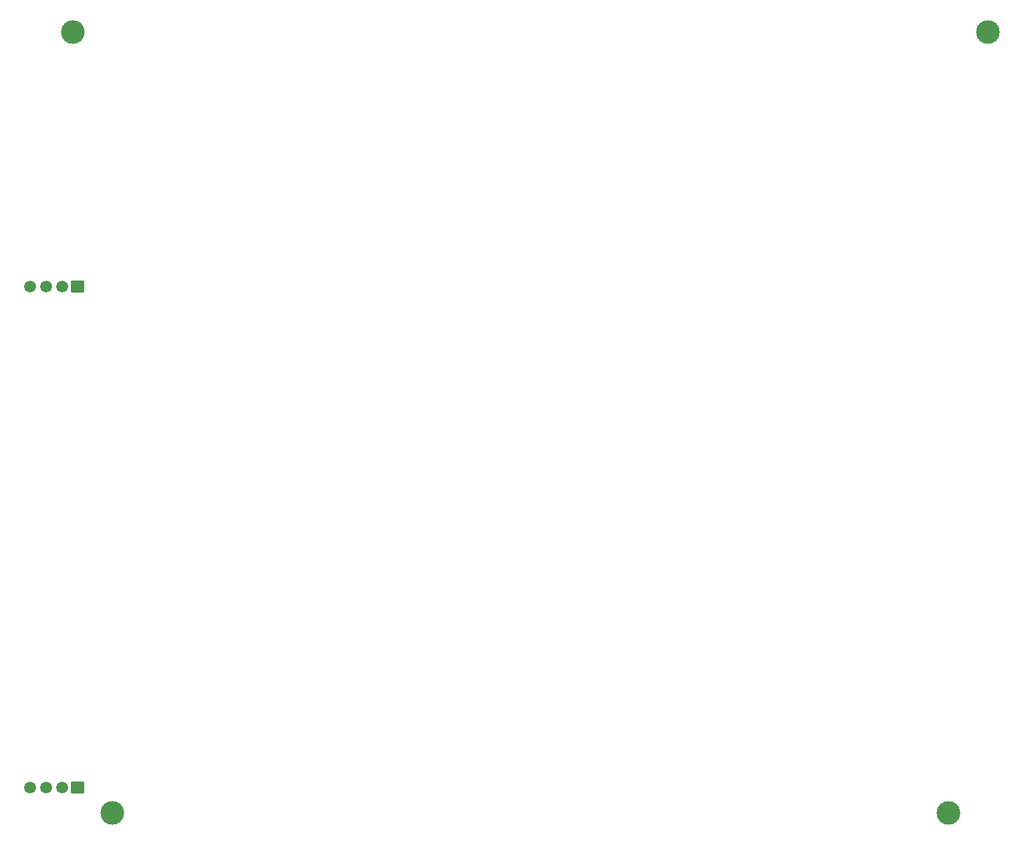
<source format=gbs>
G04 Layer: BottomSolderMaskLayer*
G04 Panelize: V-CUT, Column: 8, Row: 1, Board Size: 15.24mm x 95mm, Panelized Board Size: 135.92mm x 95mm*
G04 EasyEDA v6.5.34, 2023-08-21 18:11:39*
G04 3bfda8faaeb148089eadf0c8bcf69e3c,5a6b42c53f6a479593ecc07194224c93,10*
G04 Gerber Generator version 0.2*
G04 Scale: 100 percent, Rotated: No, Reflected: No *
G04 Dimensions in millimeters *
G04 leading zeros omitted , absolute positions ,4 integer and 5 decimal *
%FSLAX45Y45*%
%MOMM*%

%AMMACRO1*1,1,$1,$2,$3*1,1,$1,$4,$5*1,1,$1,0-$2,0-$3*1,1,$1,0-$4,0-$5*20,1,$1,$2,$3,$4,$5,0*20,1,$1,$4,$5,0-$2,0-$3,0*20,1,$1,0-$2,0-$3,0-$4,0-$5,0*20,1,$1,0-$4,0-$5,$2,$3,0*4,1,4,$2,$3,$4,$5,0-$2,0-$3,0-$4,0-$5,$2,$3,0*%
%ADD10C,1.5016*%
%ADD11MACRO1,0.1016X0.762X0.7X-0.762X0.7*%
%ADD12C,3.0000*%

%LPD*%
D10*
G01*
X716000Y8293100D03*
G01*
X916000Y8293100D03*
G01*
X1115999Y8293100D03*
D11*
G01*
X1315999Y8293100D03*
D10*
G01*
X716000Y1943100D03*
G01*
X916000Y1943100D03*
G01*
X1115999Y1943100D03*
D11*
G01*
X1315999Y1943100D03*
D12*
G01*
X1253998Y11515699D03*
G01*
X12845999Y11515699D03*
G01*
X1753997Y1616100D03*
G01*
X12346000Y1616100D03*
M02*

</source>
